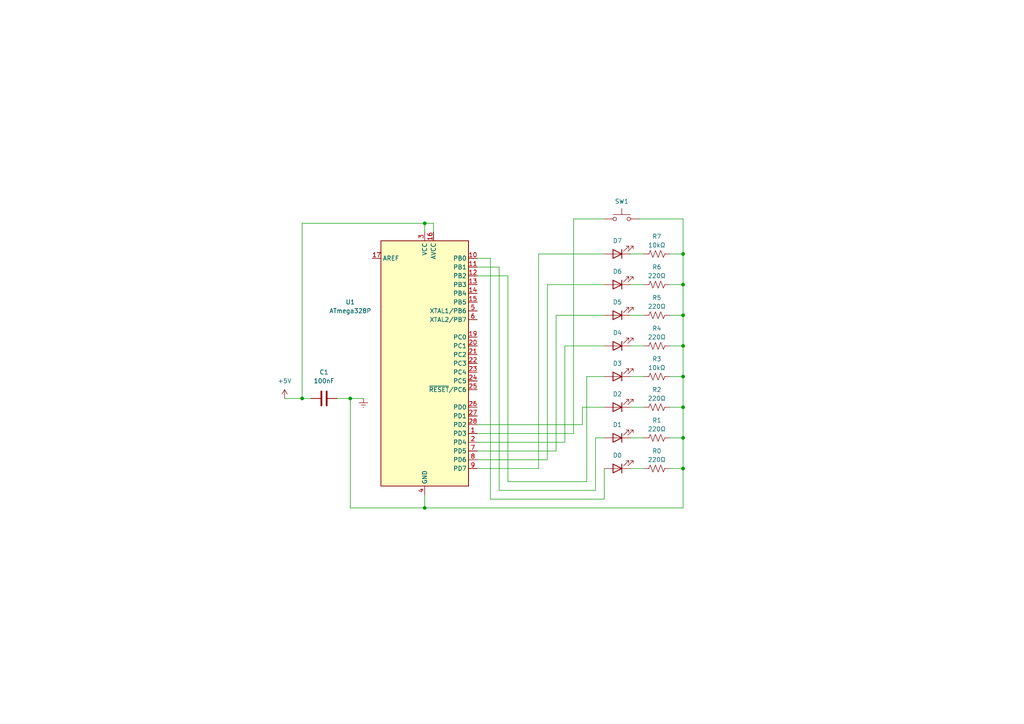
<source format=kicad_sch>
(kicad_sch (version 20230121) (generator eeschema)
  (paper "A4")
  (lib_symbols
    (symbol "Device:C" (pin_numbers hide) (pin_names (offset 0.254))
      (property "Reference" "C" (at 0.635 2.54 0))
      (property "Value" "C" (at 0.635 -2.54 0))
      (symbol "C_0_1"
        (polyline (pts (xy -2.032 -0.762) (xy 2.032 -0.762)) (stroke (width 0.508)))
        (polyline (pts (xy -2.032 0.762) (xy 2.032 0.762)) (stroke (width 0.508)))
      )
      (symbol "C_1_1"
        (pin passive line (at 0 3.81 270) (length 2.794) (name "~") (number "1"))
        (pin passive line (at 0 -3.81 90) (length 2.794) (name "~") (number "2"))
      )
    )
    (symbol "Device:LED" (pin_numbers hide) (pin_names (offset 1.016) hide)
      (property "Reference" "D" (at 0 2.54 0))
      (property "Value" "LED" (at 0 -2.54 0))
      (symbol "LED_0_1"
        (polyline (pts (xy -1.27 -1.27) (xy -1.27 1.27)) (stroke (width 0.254)))
        (polyline (pts (xy -1.27 0) (xy 1.27 0)))
        (polyline (pts (xy 1.27 -1.27) (xy 1.27 1.27) (xy -1.27 0) (xy 1.27 -1.27)) (stroke (width 0.254)))
        (polyline (pts (xy -3.048 -0.762) (xy -4.572 -2.286) (xy -3.81 -2.286) (xy -4.572 -2.286) (xy -4.572 -1.524)))
        (polyline (pts (xy -1.778 -0.762) (xy -3.302 -2.286) (xy -2.54 -2.286) (xy -3.302 -2.286) (xy -3.302 -1.524)))
      )
      (symbol "LED_1_1"
        (pin passive line (at -3.81 0 0) (length 2.54) (name "K") (number "1"))
        (pin passive line (at 3.81 0 180) (length 2.54) (name "A") (number "2"))
      )
    )
    (symbol "Device:R_US" (pin_numbers hide) (pin_names (offset 0))
      (property "Reference" "R" (at 2.54 0 90))
      (property "Value" "R_US" (at -2.54 0 90))
      (symbol "R_US_0_1"
        (polyline (pts (xy 0 -2.286) (xy 0 -2.54)))
        (polyline (pts (xy 0 2.286) (xy 0 2.54)))
        (polyline (pts (xy 0 -0.762) (xy 1.016 -1.143) (xy 0 -1.524) (xy -1.016 -1.905) (xy 0 -2.286)))
        (polyline (pts (xy 0 0.762) (xy 1.016 0.381) (xy 0 0) (xy -1.016 -0.381) (xy 0 -0.762)))
        (polyline (pts (xy 0 2.286) (xy 1.016 1.905) (xy 0 1.524) (xy -1.016 1.143) (xy 0 0.762)))
      )
      (symbol "R_US_1_1"
        (pin passive line (at 0 3.81 270) (length 1.27) (name "~") (number "1"))
        (pin passive line (at 0 -3.81 90) (length 1.27) (name "~") (number "2"))
      )
    )
    (symbol "MCU_Microchip_ATmega:ATmega328P-MM"
      (property "Reference" "U" (at -12.7 36.83 0))
      (property "Value" "ATmega328P-MM" (at 2.54 -36.83 0))
      (symbol "ATmega328P-MM_0_1"
        (rectangle (start -12.7 -35.56) (end 12.7 35.56) (stroke (width 0.254)) (fill (type background)))
      )
      (symbol "ATmega328P-MM_1_1"
        (pin bidirectional line (at 15.24 -20.32 180) (length 2.54) (name "PD3") (number "1"))
        (pin bidirectional line (at 15.24 30.48 180) (length 2.54) (name "PB0") (number "10"))
        (pin bidirectional line (at 15.24 27.94 180) (length 2.54) (name "PB1") (number "11"))
        (pin bidirectional line (at 15.24 25.4 180) (length 2.54) (name "PB2") (number "12"))
        (pin bidirectional line (at 15.24 22.86 180) (length 2.54) (name "PB3") (number "13"))
        (pin bidirectional line (at 15.24 20.32 180) (length 2.54) (name "PB4") (number "14"))
        (pin bidirectional line (at 15.24 17.78 180) (length 2.54) (name "PB5") (number "15"))
        (pin power_in line (at 2.54 38.1 270) (length 2.54) (name "AVCC") (number "16"))
        (pin passive line (at -15.24 30.48 0) (length 2.54) (name "AREF") (number "17"))
        (pin passive line (at 0 -38.1 90) (length 2.54) hide (name "GND") (number "18"))
        (pin bidirectional line (at 15.24 7.62 180) (length 2.54) (name "PC0") (number "19"))
        (pin bidirectional line (at 15.24 -22.86 180) (length 2.54) (name "PD4") (number "2"))
        (pin bidirectional line (at 15.24 5.08 180) (length 2.54) (name "PC1") (number "20"))
        (pin bidirectional line (at 15.24 2.54 180) (length 2.54) (name "PC2") (number "21"))
        (pin bidirectional line (at 15.24 0 180) (length 2.54) (name "PC3") (number "22"))
        (pin bidirectional line (at 15.24 -2.54 180) (length 2.54) (name "PC4") (number "23"))
        (pin bidirectional line (at 15.24 -5.08 180) (length 2.54) (name "PC5") (number "24"))
        (pin bidirectional line (at 15.24 -7.62 180) (length 2.54) (name "~{RESET}/PC6") (number "25"))
        (pin bidirectional line (at 15.24 -12.7 180) (length 2.54) (name "PD0") (number "26"))
        (pin bidirectional line (at 15.24 -15.24 180) (length 2.54) (name "PD1") (number "27"))
        (pin bidirectional line (at 15.24 -17.78 180) (length 2.54) (name "PD2") (number "28"))
        (pin passive line (at 0 -38.1 90) (length 2.54) hide (name "GND") (number "29"))
        (pin power_in line (at 0 38.1 270) (length 2.54) (name "VCC") (number "3"))
        (pin power_in line (at 0 -38.1 90) (length 2.54) (name "GND") (number "4"))
        (pin bidirectional line (at 15.24 15.24 180) (length 2.54) (name "XTAL1/PB6") (number "5"))
        (pin bidirectional line (at 15.24 12.7 180) (length 2.54) (name "XTAL2/PB7") (number "6"))
        (pin bidirectional line (at 15.24 -25.4 180) (length 2.54) (name "PD5") (number "7"))
        (pin bidirectional line (at 15.24 -27.94 180) (length 2.54) (name "PD6") (number "8"))
        (pin bidirectional line (at 15.24 -30.48 180) (length 2.54) (name "PD7") (number "9"))
      )
    )
    (symbol "Switch:SW_Push" (pin_numbers hide) (pin_names (offset 1.016) hide)
      (property "Reference" "SW" (at 1.27 2.54 0))
      (property "Value" "SW_Push" (at 0 -1.524 0))
      (symbol "SW_Push_0_1"
        (circle (center -2.032 0) (radius 0.508))
        (polyline (pts (xy 0 1.27) (xy 0 3.048)))
        (polyline (pts (xy 2.54 1.27) (xy -2.54 1.27)))
        (circle (center 2.032 0) (radius 0.508))
        (pin passive line (at -5.08 0 0) (length 2.54) (name "1") (number "1"))
        (pin passive line (at 5.08 0 180) (length 2.54) (name "2") (number "2"))
      )
    )
    (symbol "power:+5V" (power) (pin_names (offset 0))
      (property "Value" "+5V" (at 0 3.556 0))
      (symbol "+5V_0_1"
        (polyline (pts (xy -0.762 1.27) (xy 0 2.54)))
        (polyline (pts (xy 0 0) (xy 0 2.54)))
        (polyline (pts (xy 0 2.54) (xy 0.762 1.27)))
      )
      (symbol "+5V_1_1"
        (pin power_in line (at 0 0 90) (length 0) hide (name "+5V") (number "1"))
      )
    )
    (symbol "power:Earth" (power) (pin_names (offset 0))
      (symbol "Earth_0_1"
        (polyline (pts (xy -0.635 -1.905) (xy 0.635 -1.905)))
        (polyline (pts (xy -0.127 -2.54) (xy 0.127 -2.54)))
        (polyline (pts (xy 0 -1.27) (xy 0 0)))
        (polyline (pts (xy 1.27 -1.27) (xy -1.27 -1.27)))
      )
      (symbol "Earth_1_1"
        (pin power_in line (at 0 0 270) (length 0) hide (name "Earth") (number "1"))
      )
    )
  )
  (junction (at 123.19 147.32))
  (junction (at 198.12 91.44))
  (junction (at 123.19 64.77))
  (junction (at 198.12 82.55))
  (junction (at 198.12 118.11))
  (junction (at 101.6 115.57))
  (junction (at 198.12 127))
  (junction (at 198.12 73.66))
  (junction (at 198.12 109.22))
  (junction (at 198.12 135.89))
  (junction (at 87.63 115.57))
  (junction (at 198.12 100.33))
  (wire (pts (xy 123.19 67.31) (xy 123.19 64.77)))
  (wire (pts (xy 123.19 147.32) (xy 198.12 147.32)))
  (wire (pts (xy 138.43 130.81) (xy 161.29 130.81)))
  (wire (pts (xy 198.12 100.33) (xy 198.12 109.22)))
  (wire (pts (xy 144.78 77.47) (xy 138.43 77.47)))
  (wire (pts (xy 123.19 143.51) (xy 123.19 147.32)))
  (wire (pts (xy 194.31 82.55) (xy 198.12 82.55)))
  (wire (pts (xy 168.91 118.11) (xy 175.26 118.11)))
  (wire (pts (xy 101.6 147.32) (xy 123.19 147.32)))
  (wire (pts (xy 194.31 127) (xy 198.12 127)))
  (wire (pts (xy 161.29 91.44) (xy 175.26 91.44)))
  (wire (pts (xy 123.19 64.77) (xy 87.63 64.77)))
  (wire (pts (xy 170.18 109.22) (xy 175.26 109.22)))
  (wire (pts (xy 138.43 125.73) (xy 166.37 125.73)))
  (wire (pts (xy 156.21 73.66) (xy 175.26 73.66)))
  (wire (pts (xy 138.43 135.89) (xy 156.21 135.89)))
  (wire (pts (xy 198.12 63.5) (xy 198.12 73.66)))
  (wire (pts (xy 166.37 63.5) (xy 175.26 63.5)))
  (wire (pts (xy 194.31 91.44) (xy 198.12 91.44)))
  (wire (pts (xy 123.19 64.77) (xy 125.73 64.77)))
  (wire (pts (xy 172.72 142.24) (xy 144.78 142.24)))
  (wire (pts (xy 170.18 109.22) (xy 170.18 139.7)))
  (wire (pts (xy 158.75 82.55) (xy 175.26 82.55)))
  (wire (pts (xy 97.79 115.57) (xy 101.6 115.57)))
  (wire (pts (xy 182.88 135.89) (xy 186.69 135.89)))
  (wire (pts (xy 182.88 91.44) (xy 186.69 91.44)))
  (wire (pts (xy 101.6 115.57) (xy 105.41 115.57)))
  (wire (pts (xy 182.88 100.33) (xy 186.69 100.33)))
  (wire (pts (xy 138.43 133.35) (xy 158.75 133.35)))
  (wire (pts (xy 82.55 115.57) (xy 87.63 115.57)))
  (wire (pts (xy 182.88 82.55) (xy 186.69 82.55)))
  (wire (pts (xy 163.83 100.33) (xy 175.26 100.33)))
  (wire (pts (xy 185.42 63.5) (xy 198.12 63.5)))
  (wire (pts (xy 161.29 130.81) (xy 161.29 91.44)))
  (wire (pts (xy 182.88 127) (xy 186.69 127)))
  (wire (pts (xy 172.72 142.24) (xy 172.72 127)))
  (wire (pts (xy 142.24 144.78) (xy 175.26 144.78)))
  (wire (pts (xy 194.31 109.22) (xy 198.12 109.22)))
  (wire (pts (xy 125.73 67.31) (xy 125.73 64.77)))
  (wire (pts (xy 158.75 133.35) (xy 158.75 82.55)))
  (wire (pts (xy 198.12 135.89) (xy 198.12 147.32)))
  (wire (pts (xy 142.24 74.93) (xy 142.24 144.78)))
  (wire (pts (xy 166.37 125.73) (xy 166.37 63.5)))
  (wire (pts (xy 138.43 74.93) (xy 142.24 74.93)))
  (wire (pts (xy 182.88 109.22) (xy 186.69 109.22)))
  (wire (pts (xy 198.12 118.11) (xy 198.12 127)))
  (wire (pts (xy 198.12 127) (xy 198.12 135.89)))
  (wire (pts (xy 198.12 109.22) (xy 198.12 118.11)))
  (wire (pts (xy 156.21 135.89) (xy 156.21 73.66)))
  (wire (pts (xy 138.43 128.27) (xy 163.83 128.27)))
  (wire (pts (xy 172.72 127) (xy 175.26 127)))
  (wire (pts (xy 194.31 73.66) (xy 198.12 73.66)))
  (wire (pts (xy 147.32 80.01) (xy 147.32 139.7)))
  (wire (pts (xy 194.31 100.33) (xy 198.12 100.33)))
  (wire (pts (xy 198.12 73.66) (xy 198.12 82.55)))
  (wire (pts (xy 147.32 139.7) (xy 170.18 139.7)))
  (wire (pts (xy 87.63 115.57) (xy 90.17 115.57)))
  (wire (pts (xy 87.63 64.77) (xy 87.63 115.57)))
  (wire (pts (xy 182.88 118.11) (xy 186.69 118.11)))
  (wire (pts (xy 198.12 82.55) (xy 198.12 91.44)))
  (wire (pts (xy 138.43 123.19) (xy 168.91 123.19)))
  (wire (pts (xy 168.91 123.19) (xy 168.91 118.11)))
  (wire (pts (xy 175.26 144.78) (xy 175.26 135.89)))
  (wire (pts (xy 182.88 73.66) (xy 186.69 73.66)))
  (wire (pts (xy 101.6 115.57) (xy 101.6 147.32)))
  (wire (pts (xy 163.83 100.33) (xy 163.83 128.27)))
  (wire (pts (xy 194.31 135.89) (xy 198.12 135.89)))
  (wire (pts (xy 138.43 80.01) (xy 147.32 80.01)))
  (wire (pts (xy 198.12 91.44) (xy 198.12 100.33)))
  (wire (pts (xy 194.31 118.11) (xy 198.12 118.11)))
  (wire (pts (xy 144.78 142.24) (xy 144.78 77.47)))
  (symbol (lib_id "power:+5V") (at 82.55 115.57 0) (unit 1)
    (property "Reference" "#PWR01" (effects hide))
    (property "Value" "+5V" (at 82.55 110.49 0))
  )
  (symbol (lib_id "Device:R_US") (at 190.5 73.66 90) (unit 1)
    (property "Reference" "R7" (at 190.5 68.58 90))
    (property "Value" "10kΩ" (at 190.5 71.12 90))
  )
  (symbol (lib_id "Device:LED") (at 179.07 91.44 180) (unit 1)
    (property "Reference" "D5" (at 179.07 87.63 0))
    (property "Value" "LED" (effects hide))
  )
  (symbol (lib_id "Device:R_US") (at 190.5 109.22 90) (unit 1)
    (property "Reference" "R3" (at 190.5 104.14 90))
    (property "Value" "10kΩ" (at 190.5 106.68 90))
  )
  (symbol (lib_id "Device:LED") (at 179.07 100.33 180) (unit 1)
    (property "Reference" "D4" (at 179.07 96.52 0))
    (property "Value" "LED" (effects hide))
  )
  (symbol (lib_id "MCU_Microchip_ATmega:ATmega328P-MM") (at 123.19 105.41 0) (unit 1)
    (property "Reference" "U1" (at 101.6 87.63 0))
    (property "Value" "ATmega328P" (at 101.6 90.17 0))
    (property "Footprint" "Package_DFN_QFN:QFN-28-1EP_4x4mm_P0.45mm_EP2.4x2.4mm" (effects hide))
    (property "Datasheet" "http://ww1.microchip.com/downloads/en/DeviceDoc/ATmega328_P%20AVR%20MCU%20with%20picoPower%20Technology%20Data%20Sheet%2040001984A.pdf" (effects hide))
  )
  (symbol (lib_id "Device:R_US") (at 190.5 82.55 90) (unit 1)
    (property "Reference" "R6" (at 190.5 77.47 90))
    (property "Value" "220Ω" (at 190.5 80.01 90))
  )
  (symbol (lib_id "Device:LED") (at 179.07 82.55 180) (unit 1)
    (property "Reference" "D6" (at 179.07 78.74 0))
    (property "Value" "LED" (effects hide))
  )
  (symbol (lib_id "Device:R_US") (at 190.5 118.11 90) (unit 1)
    (property "Reference" "R2" (at 190.5 113.03 90))
    (property "Value" "220Ω" (at 190.5 115.57 90))
  )
  (symbol (lib_id "Device:R_US") (at 190.5 135.89 90) (unit 1)
    (property "Reference" "R0" (at 190.5 130.81 90))
    (property "Value" "220Ω" (at 190.5 133.35 90))
  )
  (symbol (lib_id "Device:R_US") (at 190.5 127 90) (unit 1)
    (property "Reference" "R1" (at 190.5 121.92 90))
    (property "Value" "220Ω" (at 190.5 124.46 90))
  )
  (symbol (lib_id "Device:LED") (at 179.07 109.22 180) (unit 1)
    (property "Reference" "D3" (at 179.07 105.41 0))
    (property "Value" "LED" (effects hide))
  )
  (symbol (lib_id "Device:C") (at 93.98 115.57 90) (unit 1)
    (property "Reference" "C1" (at 93.98 107.95 90))
    (property "Value" "100nF" (at 93.98 110.49 90))
  )
  (symbol (lib_id "Device:LED") (at 179.07 118.11 180) (unit 1)
    (property "Reference" "D2" (at 179.07 114.3 0))
    (property "Value" "LED" (effects hide))
  )
  (symbol (lib_id "Device:LED") (at 179.07 135.89 180) (unit 1)
    (property "Reference" "D0" (at 179.07 132.08 0))
    (property "Value" "LED" (effects hide))
  )
  (symbol (lib_id "Device:R_US") (at 190.5 100.33 90) (unit 1)
    (property "Reference" "R4" (at 190.5 95.25 90))
    (property "Value" "220Ω" (at 190.5 97.79 90))
  )
  (symbol (lib_id "Device:R_US") (at 190.5 91.44 90) (unit 1)
    (property "Reference" "R5" (at 190.5 86.36 90))
    (property "Value" "220Ω" (at 190.5 88.9 90))
  )
  (symbol (lib_id "Switch:SW_Push") (at 180.34 63.5 0) (unit 1)
    (property "Reference" "SW1" (at 180.34 58.42 0))
    (property "Value" "~" (at 180.34 58.42 0))
  )
  (symbol (lib_id "power:Earth") (at 105.41 115.57 0) (unit 1)
    (property "Reference" "#PWR02" (effects hide))
    (property "Value" "Earth" (effects hide))
  )
  (symbol (lib_id "Device:LED") (at 179.07 73.66 180) (unit 1)
    (property "Reference" "D7" (at 179.07 69.85 0))
    (property "Value" "LED" (effects hide))
  )
  (symbol (lib_id "Device:LED") (at 179.07 127 180) (unit 1)
    (property "Reference" "D1" (at 179.07 123.19 0))
    (property "Value" "LED" (effects hide))
  )
)
</source>
